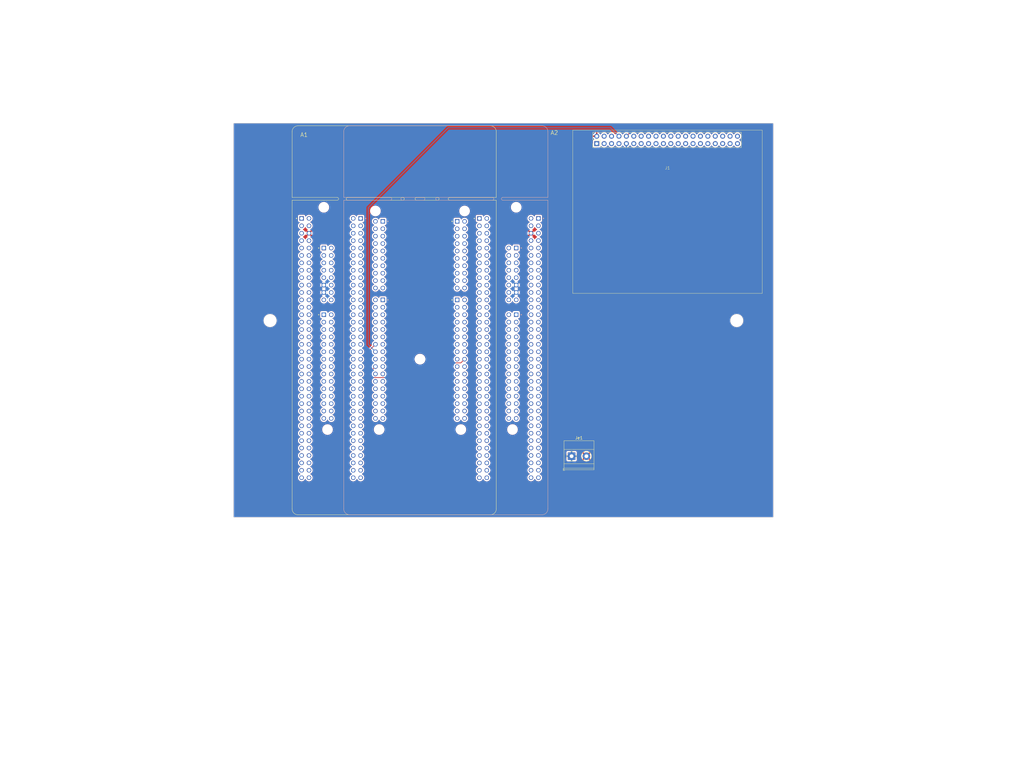
<source format=kicad_pcb>
(kicad_pcb (version 20221018) (generator pcbnew)
  (layers (0 "F.Cu" signal) (31 "B.Cu" signal) (34 "B.Paste" user) (35 "F.Paste" user) (36 "B.SilkS" user "B.Silkscreen") (37 "F.SilkS" user "F.Silkscreen") (38 "B.Mask" user) (39 "F.Mask" user) (44 "Edge.Cuts" user))
  (net 0 "")
  (net 6 "/TSC_STM/E5V")
  (net 8 "Net-(A1A-GND_CN11-PadCN11_19)")
  (net 74 "/TSC_STM/GND")
  (net 90 "Net-(A1D-GND_CN9-PadCN9_12)")
  (net 112 "Net-(A1F-GND_CN10-PadCN10_17)")
  (net 124 "/TSC_STM/UART7_TX")
  (net 165 "Net-(A1B-GND_CN12-PadCN12_20)")
  (net 229 "Net-(A2A-GND_CN11-PadCN11_19)")
  (net 310 "Net-(A2D-GND_CN9-PadCN9_12)")
  (net 332 "Net-(A2F-GND_CN10-PadCN10_17)")
  (net 341 "/WorldSide/UART6_TX")
  (net 343 "/WorldSide/UART6_RX")
  (net 384 "Net-(A2B-GND_CN12-PadCN12_20)")
  (footprint "NUCLEO-F767ZI:SIM7600" (layer "F.Cu") (at 201.25 50.1)
    (fp_text reference "J1")
    (fp_text value "SIM7600")
  )
  (footprint "TerminalBlock_Phoenix:TerminalBlock_Phoenix_MKDS-1,5-2-5.08_1x02_P5.08mm_Horizontal" (layer "F.Cu") (at 168.37 133.9)
    (fp_text reference "Je1")
    (fp_text value "Power_Connector")
  )
  (footprint "NUCLEO-F767ZI:NUCLEO-F767ZI" (layer "F.Cu") (at 107.55 87.31)
    (fp_text reference "A1")
    (fp_text value "NUCLEO-F767ZI")
  )
  (footprint "NUCLEO-F767ZI:NUCLEO-F767ZI" (layer "B.Cu") (at 125.25 87.3 180)
    (fp_text reference "A2")
    (fp_text value "NUCLEO-F767ZI")
  )
  (gr_rect (start 52.5 19.8) (end 237.5 154.8) (stroke (width 0.1)) (fill none) (layer "Edge.Cuts"))
  (gr_circle (center 225 87.4) (end 227.25 87.4) (stroke (width 0.1)) (fill none) (layer "Edge.Cuts"))
  (gr_circle (center 65 87.4) (end 67.25 87.4) (stroke (width 0.1)) (fill none) (layer "Edge.Cuts"))
  (segment (start 130.42 101.9) (end 121.05 101.9) (width 0.25) (layer "F.Cu") (net 124))
  (segment (start 99.65 106.3) (end 99.65 104.64) (width 0.25) (layer "F.Cu") (net 124))
  (segment (start 131.68 100.64) (end 130.42 101.9) (width 0.25) (layer "F.Cu") (net 124))
  (segment (start 116 106.95) (end 100.3 106.95) (width 0.25) (layer "F.Cu") (net 124))
  (segment (start 100.3 106.95) (end 99.65 106.3) (width 0.25) (layer "F.Cu") (net 124))
  (segment (start 99.65 104.64) (end 101.12 103.17) (width 0.25) (layer "F.Cu") (net 124))
  (segment (start 121.05 101.9) (end 116 106.95) (width 0.25) (layer "F.Cu") (net 124))
  (segment (start 230.05 23.9) (end 227.05 20.9) (width 0.25) (layer "F.Cu") (net 341))
  (segment (start 230.05 30.3) (end 230.05 23.9) (width 0.25) (layer "F.Cu") (net 341))
  (segment (start 179.95 146.6) (end 187.25 139.3) (width 0.25) (layer "F.Cu") (net 341))
  (segment (start 227.05 20.9) (end 190.45 20.9) (width 0.25) (layer "F.Cu") (net 341))
  (segment (start 98.85 126.5) (end 118.95 146.6) (width 0.25) (layer "F.Cu") (net 341))
  (segment (start 227.85 32.5) (end 230.05 30.3) (width 0.25) (layer "F.Cu") (net 341))
  (segment (start 187.25 35.9) (end 190.65 32.5) (width 0.25) (layer "F.Cu") (net 341))
  (segment (start 187.25 139.3) (end 187.25 35.9) (width 0.25) (layer "F.Cu") (net 341))
  (segment (start 101.12 95.55) (end 98.85 97.82) (width 0.25) (layer "F.Cu") (net 341))
  (segment (start 190.65 32.5) (end 227.85 32.5) (width 0.25) (layer "F.Cu") (net 341))
  (segment (start 190.45 20.9) (end 187.15 24.2) (width 0.25) (layer "F.Cu") (net 341))
  (segment (start 118.95 146.6) (end 179.95 146.6) (width 0.25) (layer "F.Cu") (net 341))
  (segment (start 98.85 97.82) (end 98.85 126.5) (width 0.25) (layer "F.Cu") (net 341))
  (segment (start 98.65 48.7) (end 98.65 95.62) (width 0.25) (layer "B.Cu") (net 343))
  (segment (start 98.65 95.62) (end 101.12 98.09) (width 0.25) (layer "B.Cu") (net 343))
  (segment (start 181.71 21.3) (end 126.05 21.3) (width 0.25) (layer "B.Cu") (net 343))
  (segment (start 126.05 21.3) (end 98.65 48.7) (width 0.25) (layer "B.Cu") (net 343))
  (segment (start 184.61 24.2) (end 181.71 21.3) (width 0.25) (layer "B.Cu") (net 343))
  (zone (net 6) (net_name "/TSC_STM/E5V") (layer "F.Cu") (connect_pads (clearance 0.5)) (min_thickness 0.25) (fill yes (thermal_gap 0.5) (thermal_bridge_width 0.5))
    (polygon (pts (xy -5.35 -9.65) (xy 310.1 -10.45) (xy 311.1 225.6) (xy -12.3 224.6)))
  )
  (zone (net 74) (net_name "/TSC_STM/GND") (layer "B.Cu") (priority 1) (connect_pads (clearance 0.5)) (min_thickness 0.25) (fill yes (thermal_gap 0.5) (thermal_bridge_width 0.5))
    (polygon (pts (xy -14.55 -22.5) (xy 321.7 -21.9) (xy 323.5 239.6) (xy -27.6 243.55)))
  )
)
</source>
